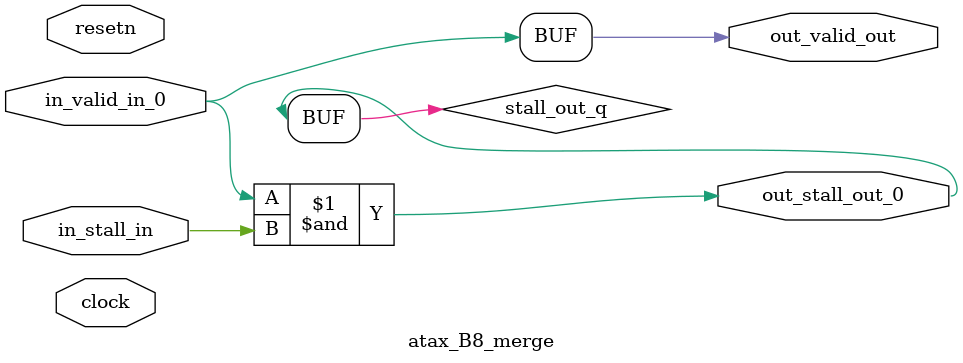
<source format=sv>



(* altera_attribute = "-name AUTO_SHIFT_REGISTER_RECOGNITION OFF; -name MESSAGE_DISABLE 10036; -name MESSAGE_DISABLE 10037; -name MESSAGE_DISABLE 14130; -name MESSAGE_DISABLE 14320; -name MESSAGE_DISABLE 15400; -name MESSAGE_DISABLE 14130; -name MESSAGE_DISABLE 10036; -name MESSAGE_DISABLE 12020; -name MESSAGE_DISABLE 12030; -name MESSAGE_DISABLE 12010; -name MESSAGE_DISABLE 12110; -name MESSAGE_DISABLE 14320; -name MESSAGE_DISABLE 13410; -name MESSAGE_DISABLE 113007; -name MESSAGE_DISABLE 10958" *)
module atax_B8_merge (
    input wire [0:0] in_stall_in,
    input wire [0:0] in_valid_in_0,
    output wire [0:0] out_stall_out_0,
    output wire [0:0] out_valid_out,
    input wire clock,
    input wire resetn
    );

    wire [0:0] stall_out_q;


    // stall_out(LOGICAL,6)
    assign stall_out_q = in_valid_in_0 & in_stall_in;

    // out_stall_out_0(GPOUT,4)
    assign out_stall_out_0 = stall_out_q;

    // out_valid_out(GPOUT,5)
    assign out_valid_out = in_valid_in_0;

endmodule

</source>
